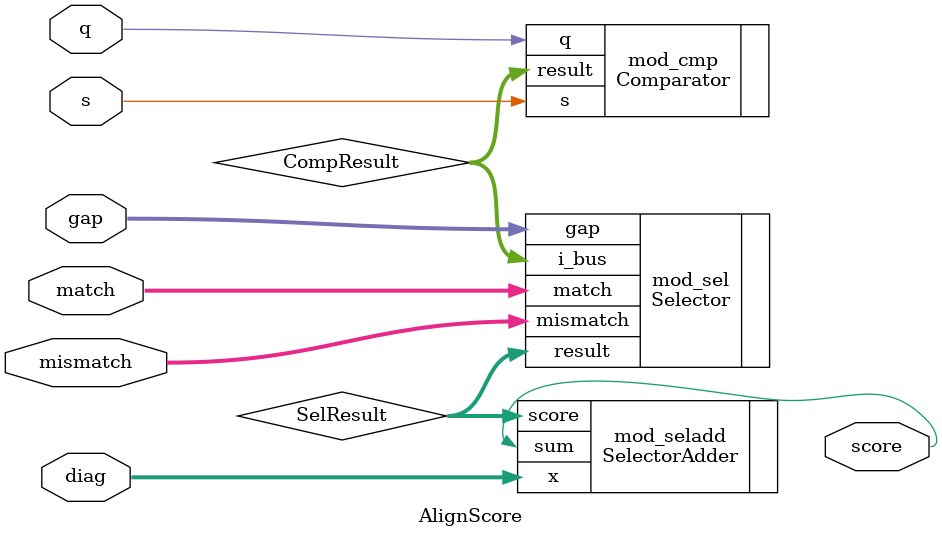
<source format=v>
`timescale 1ns / 1ps

module AlignScore(
        q,
        s,
        diag,
        match,
        mismatch,
        gap,
        score
    );
    
    input q;
    input s;
    input [1:0] match;
    input [1:0] mismatch;
    input [1:0] gap;
    input [1:0] diag;
    output score;
    
    wire [2:0] CompResult;
    wire [1:0] SelResult;
    
    Comparator mod_cmp(
        .q(q),
        .s(s),
        .result(CompResult)      // output 100 match, 010 mismatch, 001 gap
   );
   Selector mod_sel(
        .i_bus(CompResult),
        .match(match),
        .mismatch(mismatch),
        .gap(gap),
        .result(SelResult)
    );
    SelectorAdder mod_seladd(
        .x(diag),
        .score(SelResult),
        .sum(score)
    );
endmodule
</source>
